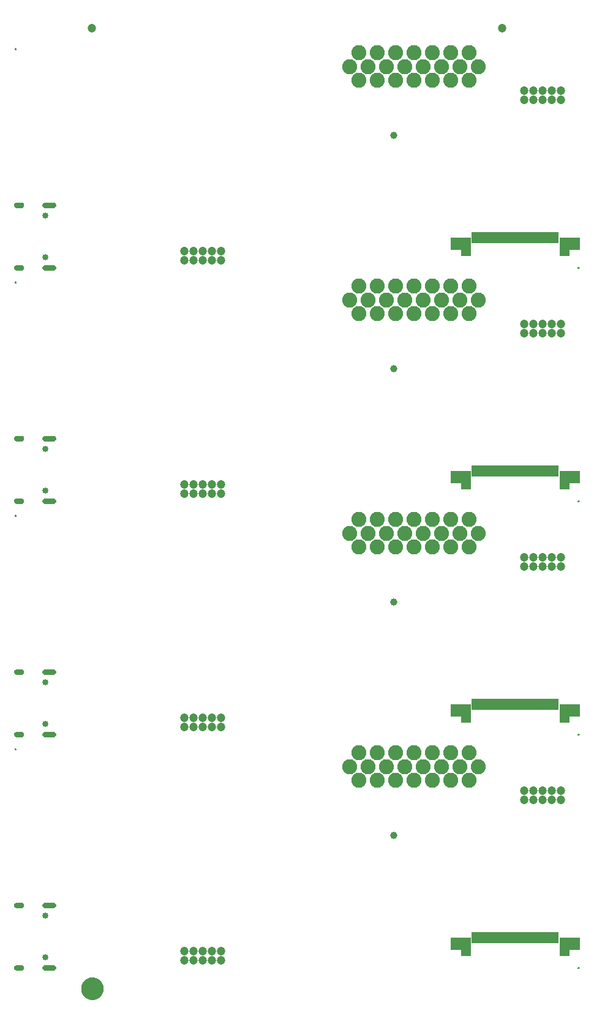
<source format=gbs>
G75*
%MOIN*%
%OFA0B0*%
%FSLAX25Y25*%
%IPPOS*%
%LPD*%
%AMOC8*
5,1,8,0,0,1.08239X$1,22.5*
%
%ADD10C,0.03950*%
%ADD11C,0.03359*%
%ADD12C,0.00600*%
%ADD13C,0.04737*%
%ADD14C,0.08200*%
%ADD15R,0.01981X0.06312*%
%ADD16R,0.05721X0.09855*%
%ADD17R,0.06312X0.07099*%
%ADD18C,0.05000*%
%ADD19C,0.06706*%
D10*
X0255372Y0103508D03*
X0255372Y0230516D03*
X0255372Y0357524D03*
X0255372Y0484531D03*
D11*
X0065746Y0440909D03*
X0065746Y0418154D03*
X0065746Y0313902D03*
X0065746Y0291146D03*
X0065746Y0186894D03*
X0065746Y0164138D03*
X0065746Y0059886D03*
X0065746Y0037130D03*
D12*
X0049392Y0030616D02*
X0049203Y0030829D01*
X0049071Y0031081D01*
X0049003Y0031358D01*
X0049003Y0031642D01*
X0049071Y0031919D01*
X0049203Y0032171D01*
X0049392Y0032384D01*
X0049626Y0032546D01*
X0049893Y0032647D01*
X0050175Y0032681D01*
X0052616Y0032681D01*
X0052899Y0032647D01*
X0053165Y0032546D01*
X0053399Y0032384D01*
X0053588Y0032171D01*
X0053720Y0031919D01*
X0053789Y0031642D01*
X0053789Y0031358D01*
X0053720Y0031081D01*
X0053588Y0030829D01*
X0053399Y0030616D01*
X0053165Y0030454D01*
X0052899Y0030353D01*
X0052616Y0030319D01*
X0050175Y0030319D01*
X0049893Y0030353D01*
X0049626Y0030454D01*
X0049392Y0030616D01*
X0049165Y0030902D02*
X0053626Y0030902D01*
X0053789Y0031500D02*
X0049003Y0031500D01*
X0049165Y0032099D02*
X0053626Y0032099D01*
X0064495Y0031642D02*
X0064563Y0031919D01*
X0064695Y0032171D01*
X0064884Y0032384D01*
X0065118Y0032546D01*
X0065385Y0032647D01*
X0065667Y0032681D01*
X0069998Y0032681D01*
X0070281Y0032647D01*
X0070547Y0032546D01*
X0070781Y0032384D01*
X0070970Y0032171D01*
X0071102Y0031919D01*
X0071170Y0031642D01*
X0071170Y0031358D01*
X0071102Y0031081D01*
X0070970Y0030829D01*
X0070781Y0030616D01*
X0070547Y0030454D01*
X0070281Y0030353D01*
X0069998Y0030319D01*
X0065667Y0030319D01*
X0065385Y0030353D01*
X0065118Y0030454D01*
X0064884Y0030616D01*
X0064695Y0030829D01*
X0064563Y0031081D01*
X0064495Y0031358D01*
X0064495Y0031642D01*
X0064495Y0031500D02*
X0071170Y0031500D01*
X0071008Y0030902D02*
X0064657Y0030902D01*
X0064657Y0032099D02*
X0071008Y0032099D01*
X0069998Y0064335D02*
X0065667Y0064335D01*
X0065385Y0064369D01*
X0065118Y0064470D01*
X0064884Y0064632D01*
X0064695Y0064845D01*
X0064563Y0065097D01*
X0064495Y0065373D01*
X0064495Y0065658D01*
X0064563Y0065935D01*
X0064695Y0066187D01*
X0064884Y0066400D01*
X0065118Y0066562D01*
X0065385Y0066663D01*
X0065667Y0066697D01*
X0069998Y0066697D01*
X0070281Y0066663D01*
X0070547Y0066562D01*
X0070781Y0066400D01*
X0070970Y0066187D01*
X0071102Y0065935D01*
X0071170Y0065658D01*
X0071170Y0065373D01*
X0071102Y0065097D01*
X0070970Y0064845D01*
X0070781Y0064632D01*
X0070547Y0064470D01*
X0070281Y0064369D01*
X0069998Y0064335D01*
X0070411Y0064419D02*
X0065254Y0064419D01*
X0064605Y0065017D02*
X0071060Y0065017D01*
X0071170Y0065616D02*
X0064495Y0065616D01*
X0064720Y0066214D02*
X0070946Y0066214D01*
X0053789Y0065658D02*
X0053789Y0065373D01*
X0053720Y0065097D01*
X0053588Y0064845D01*
X0053399Y0064632D01*
X0053165Y0064470D01*
X0052899Y0064369D01*
X0052616Y0064335D01*
X0050175Y0064335D01*
X0049893Y0064369D01*
X0049626Y0064470D01*
X0049392Y0064632D01*
X0049203Y0064845D01*
X0049071Y0065097D01*
X0049003Y0065373D01*
X0049003Y0065658D01*
X0049071Y0065935D01*
X0049203Y0066187D01*
X0049392Y0066400D01*
X0049626Y0066562D01*
X0049893Y0066663D01*
X0050175Y0066697D01*
X0052616Y0066697D01*
X0052899Y0066663D01*
X0053165Y0066562D01*
X0053399Y0066400D01*
X0053588Y0066187D01*
X0053720Y0065935D01*
X0053789Y0065658D01*
X0053789Y0065616D02*
X0049003Y0065616D01*
X0049113Y0065017D02*
X0053679Y0065017D01*
X0053030Y0064419D02*
X0049762Y0064419D01*
X0049227Y0066214D02*
X0053564Y0066214D01*
X0049199Y0150508D02*
X0049201Y0150538D01*
X0049207Y0150568D01*
X0049216Y0150597D01*
X0049229Y0150624D01*
X0049246Y0150649D01*
X0049265Y0150672D01*
X0049288Y0150693D01*
X0049313Y0150710D01*
X0049339Y0150724D01*
X0049368Y0150734D01*
X0049397Y0150741D01*
X0049427Y0150744D01*
X0049458Y0150743D01*
X0049488Y0150738D01*
X0049517Y0150729D01*
X0049544Y0150717D01*
X0049570Y0150702D01*
X0049594Y0150683D01*
X0049615Y0150661D01*
X0049633Y0150637D01*
X0049648Y0150610D01*
X0049659Y0150582D01*
X0049667Y0150553D01*
X0049671Y0150523D01*
X0049671Y0150493D01*
X0049667Y0150463D01*
X0049659Y0150434D01*
X0049648Y0150406D01*
X0049633Y0150379D01*
X0049615Y0150355D01*
X0049594Y0150333D01*
X0049570Y0150314D01*
X0049544Y0150299D01*
X0049517Y0150287D01*
X0049488Y0150278D01*
X0049458Y0150273D01*
X0049427Y0150272D01*
X0049397Y0150275D01*
X0049368Y0150282D01*
X0049339Y0150292D01*
X0049313Y0150306D01*
X0049288Y0150323D01*
X0049265Y0150344D01*
X0049246Y0150367D01*
X0049229Y0150392D01*
X0049216Y0150419D01*
X0049207Y0150448D01*
X0049201Y0150478D01*
X0049199Y0150508D01*
X0049893Y0157361D02*
X0050175Y0157327D01*
X0052616Y0157327D01*
X0052899Y0157361D01*
X0053165Y0157462D01*
X0053399Y0157624D01*
X0053588Y0157837D01*
X0053720Y0158089D01*
X0053789Y0158366D01*
X0053789Y0158650D01*
X0053720Y0158927D01*
X0053588Y0159179D01*
X0053399Y0159392D01*
X0053165Y0159554D01*
X0052899Y0159655D01*
X0052616Y0159689D01*
X0050175Y0159689D01*
X0049893Y0159655D01*
X0049626Y0159554D01*
X0049392Y0159392D01*
X0049203Y0159179D01*
X0049071Y0158927D01*
X0049003Y0158650D01*
X0049003Y0158366D01*
X0049071Y0158089D01*
X0049203Y0157837D01*
X0049392Y0157624D01*
X0049626Y0157462D01*
X0049893Y0157361D01*
X0049248Y0157786D02*
X0053543Y0157786D01*
X0053789Y0158385D02*
X0049003Y0158385D01*
X0049101Y0158983D02*
X0053691Y0158983D01*
X0053091Y0159582D02*
X0049700Y0159582D01*
X0064495Y0158650D02*
X0064563Y0158927D01*
X0064695Y0159179D01*
X0064884Y0159392D01*
X0065118Y0159554D01*
X0065385Y0159655D01*
X0065667Y0159689D01*
X0069998Y0159689D01*
X0070281Y0159655D01*
X0070547Y0159554D01*
X0070781Y0159392D01*
X0070970Y0159179D01*
X0071102Y0158927D01*
X0071170Y0158650D01*
X0071170Y0158366D01*
X0071102Y0158089D01*
X0070970Y0157837D01*
X0070781Y0157624D01*
X0070547Y0157462D01*
X0070281Y0157361D01*
X0069998Y0157327D01*
X0065667Y0157327D01*
X0065385Y0157361D01*
X0065118Y0157462D01*
X0064884Y0157624D01*
X0064695Y0157837D01*
X0064563Y0158089D01*
X0064495Y0158366D01*
X0064495Y0158650D01*
X0064495Y0158385D02*
X0071170Y0158385D01*
X0071073Y0158983D02*
X0064593Y0158983D01*
X0065193Y0159582D02*
X0070473Y0159582D01*
X0070925Y0157786D02*
X0064740Y0157786D01*
X0065667Y0191343D02*
X0069998Y0191343D01*
X0070281Y0191377D01*
X0070547Y0191478D01*
X0070781Y0191640D01*
X0070970Y0191853D01*
X0071102Y0192105D01*
X0071170Y0192381D01*
X0071170Y0192666D01*
X0071102Y0192942D01*
X0070970Y0193195D01*
X0070781Y0193408D01*
X0070547Y0193569D01*
X0070281Y0193670D01*
X0069998Y0193705D01*
X0065667Y0193705D01*
X0065385Y0193670D01*
X0065118Y0193569D01*
X0064884Y0193408D01*
X0064695Y0193195D01*
X0064563Y0192942D01*
X0064495Y0192666D01*
X0064495Y0192381D01*
X0064563Y0192105D01*
X0064695Y0191853D01*
X0064884Y0191640D01*
X0065118Y0191478D01*
X0065385Y0191377D01*
X0065667Y0191343D01*
X0064670Y0191901D02*
X0070996Y0191901D01*
X0071170Y0192500D02*
X0064495Y0192500D01*
X0064645Y0193099D02*
X0071020Y0193099D01*
X0070062Y0193697D02*
X0065603Y0193697D01*
X0053789Y0192666D02*
X0053789Y0192381D01*
X0053720Y0192105D01*
X0053588Y0191853D01*
X0053399Y0191640D01*
X0053165Y0191478D01*
X0052899Y0191377D01*
X0052616Y0191343D01*
X0050175Y0191343D01*
X0049893Y0191377D01*
X0049626Y0191478D01*
X0049392Y0191640D01*
X0049203Y0191853D01*
X0049071Y0192105D01*
X0049003Y0192381D01*
X0049003Y0192666D01*
X0049071Y0192942D01*
X0049203Y0193195D01*
X0049392Y0193408D01*
X0049626Y0193569D01*
X0049893Y0193670D01*
X0050175Y0193705D01*
X0052616Y0193705D01*
X0052899Y0193670D01*
X0053165Y0193569D01*
X0053399Y0193408D01*
X0053588Y0193195D01*
X0053720Y0192942D01*
X0053789Y0192666D01*
X0053789Y0192500D02*
X0049003Y0192500D01*
X0049153Y0193099D02*
X0053639Y0193099D01*
X0052680Y0193697D02*
X0050111Y0193697D01*
X0049178Y0191901D02*
X0053614Y0191901D01*
X0049199Y0277516D02*
X0049201Y0277546D01*
X0049207Y0277576D01*
X0049216Y0277605D01*
X0049229Y0277632D01*
X0049246Y0277657D01*
X0049265Y0277680D01*
X0049288Y0277701D01*
X0049313Y0277718D01*
X0049339Y0277732D01*
X0049368Y0277742D01*
X0049397Y0277749D01*
X0049427Y0277752D01*
X0049458Y0277751D01*
X0049488Y0277746D01*
X0049517Y0277737D01*
X0049544Y0277725D01*
X0049570Y0277710D01*
X0049594Y0277691D01*
X0049615Y0277669D01*
X0049633Y0277645D01*
X0049648Y0277618D01*
X0049659Y0277590D01*
X0049667Y0277561D01*
X0049671Y0277531D01*
X0049671Y0277501D01*
X0049667Y0277471D01*
X0049659Y0277442D01*
X0049648Y0277414D01*
X0049633Y0277387D01*
X0049615Y0277363D01*
X0049594Y0277341D01*
X0049570Y0277322D01*
X0049544Y0277307D01*
X0049517Y0277295D01*
X0049488Y0277286D01*
X0049458Y0277281D01*
X0049427Y0277280D01*
X0049397Y0277283D01*
X0049368Y0277290D01*
X0049339Y0277300D01*
X0049313Y0277314D01*
X0049288Y0277331D01*
X0049265Y0277352D01*
X0049246Y0277375D01*
X0049229Y0277400D01*
X0049216Y0277427D01*
X0049207Y0277456D01*
X0049201Y0277486D01*
X0049199Y0277516D01*
X0049893Y0284369D02*
X0050175Y0284335D01*
X0052616Y0284335D01*
X0052899Y0284369D01*
X0053165Y0284470D01*
X0053399Y0284632D01*
X0053588Y0284845D01*
X0053720Y0285097D01*
X0053789Y0285373D01*
X0053789Y0285658D01*
X0053720Y0285935D01*
X0053588Y0286187D01*
X0053399Y0286400D01*
X0053165Y0286562D01*
X0052899Y0286663D01*
X0052616Y0286697D01*
X0050175Y0286697D01*
X0049893Y0286663D01*
X0049626Y0286562D01*
X0049392Y0286400D01*
X0049203Y0286187D01*
X0049071Y0285935D01*
X0049003Y0285658D01*
X0049003Y0285373D01*
X0049071Y0285097D01*
X0049203Y0284845D01*
X0049392Y0284632D01*
X0049626Y0284470D01*
X0049893Y0284369D01*
X0049357Y0284671D02*
X0053434Y0284671D01*
X0053763Y0285269D02*
X0049028Y0285269D01*
X0049054Y0285868D02*
X0053737Y0285868D01*
X0053303Y0286466D02*
X0049488Y0286466D01*
X0064495Y0285658D02*
X0064563Y0285935D01*
X0064695Y0286187D01*
X0064884Y0286400D01*
X0065118Y0286562D01*
X0065385Y0286663D01*
X0065667Y0286697D01*
X0069998Y0286697D01*
X0070281Y0286663D01*
X0070547Y0286562D01*
X0070781Y0286400D01*
X0070970Y0286187D01*
X0071102Y0285935D01*
X0071170Y0285658D01*
X0071170Y0285373D01*
X0071102Y0285097D01*
X0070970Y0284845D01*
X0070781Y0284632D01*
X0070547Y0284470D01*
X0070281Y0284369D01*
X0069998Y0284335D01*
X0065667Y0284335D01*
X0065385Y0284369D01*
X0065118Y0284470D01*
X0064884Y0284632D01*
X0064695Y0284845D01*
X0064563Y0285097D01*
X0064495Y0285373D01*
X0064495Y0285658D01*
X0064546Y0285868D02*
X0071119Y0285868D01*
X0071145Y0285269D02*
X0064520Y0285269D01*
X0064849Y0284671D02*
X0070816Y0284671D01*
X0070685Y0286466D02*
X0064980Y0286466D01*
X0065667Y0318350D02*
X0069998Y0318350D01*
X0070281Y0318385D01*
X0070547Y0318486D01*
X0070781Y0318647D01*
X0070970Y0318861D01*
X0071102Y0319113D01*
X0071170Y0319389D01*
X0071170Y0319674D01*
X0071102Y0319950D01*
X0070970Y0320202D01*
X0070781Y0320416D01*
X0070547Y0320577D01*
X0070281Y0320678D01*
X0069998Y0320713D01*
X0065667Y0320713D01*
X0065385Y0320678D01*
X0065118Y0320577D01*
X0064884Y0320416D01*
X0064695Y0320202D01*
X0064563Y0319950D01*
X0064495Y0319674D01*
X0064495Y0319389D01*
X0064563Y0319113D01*
X0064695Y0318861D01*
X0064884Y0318647D01*
X0065118Y0318486D01*
X0065385Y0318385D01*
X0065667Y0318350D01*
X0064761Y0318786D02*
X0070904Y0318786D01*
X0071169Y0319384D02*
X0064496Y0319384D01*
X0064580Y0319983D02*
X0071085Y0319983D01*
X0070536Y0320581D02*
X0065129Y0320581D01*
X0053789Y0319674D02*
X0053789Y0319389D01*
X0053720Y0319113D01*
X0053588Y0318861D01*
X0053399Y0318647D01*
X0053165Y0318486D01*
X0052899Y0318385D01*
X0052616Y0318350D01*
X0050175Y0318350D01*
X0049893Y0318385D01*
X0049626Y0318486D01*
X0049392Y0318647D01*
X0049203Y0318861D01*
X0049071Y0319113D01*
X0049003Y0319389D01*
X0049003Y0319674D01*
X0049071Y0319950D01*
X0049203Y0320202D01*
X0049392Y0320416D01*
X0049626Y0320577D01*
X0049893Y0320678D01*
X0050175Y0320713D01*
X0052616Y0320713D01*
X0052899Y0320678D01*
X0053165Y0320577D01*
X0053399Y0320416D01*
X0053588Y0320202D01*
X0053720Y0319950D01*
X0053789Y0319674D01*
X0053787Y0319384D02*
X0049004Y0319384D01*
X0049088Y0319983D02*
X0053703Y0319983D01*
X0053154Y0320581D02*
X0049637Y0320581D01*
X0049269Y0318786D02*
X0053522Y0318786D01*
X0049199Y0404524D02*
X0049201Y0404554D01*
X0049207Y0404584D01*
X0049216Y0404613D01*
X0049229Y0404640D01*
X0049246Y0404665D01*
X0049265Y0404688D01*
X0049288Y0404709D01*
X0049313Y0404726D01*
X0049339Y0404740D01*
X0049368Y0404750D01*
X0049397Y0404757D01*
X0049427Y0404760D01*
X0049458Y0404759D01*
X0049488Y0404754D01*
X0049517Y0404745D01*
X0049544Y0404733D01*
X0049570Y0404718D01*
X0049594Y0404699D01*
X0049615Y0404677D01*
X0049633Y0404653D01*
X0049648Y0404626D01*
X0049659Y0404598D01*
X0049667Y0404569D01*
X0049671Y0404539D01*
X0049671Y0404509D01*
X0049667Y0404479D01*
X0049659Y0404450D01*
X0049648Y0404422D01*
X0049633Y0404395D01*
X0049615Y0404371D01*
X0049594Y0404349D01*
X0049570Y0404330D01*
X0049544Y0404315D01*
X0049517Y0404303D01*
X0049488Y0404294D01*
X0049458Y0404289D01*
X0049427Y0404288D01*
X0049397Y0404291D01*
X0049368Y0404298D01*
X0049339Y0404308D01*
X0049313Y0404322D01*
X0049288Y0404339D01*
X0049265Y0404360D01*
X0049246Y0404383D01*
X0049229Y0404408D01*
X0049216Y0404435D01*
X0049207Y0404464D01*
X0049201Y0404494D01*
X0049199Y0404524D01*
X0049893Y0411377D02*
X0050175Y0411343D01*
X0052616Y0411343D01*
X0052899Y0411377D01*
X0053165Y0411478D01*
X0053399Y0411640D01*
X0053588Y0411853D01*
X0053720Y0412105D01*
X0053789Y0412381D01*
X0053789Y0412666D01*
X0053720Y0412942D01*
X0053588Y0413195D01*
X0053399Y0413408D01*
X0053165Y0413569D01*
X0052899Y0413670D01*
X0052616Y0413705D01*
X0050175Y0413705D01*
X0049893Y0413670D01*
X0049626Y0413569D01*
X0049392Y0413408D01*
X0049203Y0413195D01*
X0049071Y0412942D01*
X0049003Y0412666D01*
X0049003Y0412381D01*
X0049071Y0412105D01*
X0049203Y0411853D01*
X0049392Y0411640D01*
X0049626Y0411478D01*
X0049893Y0411377D01*
X0049514Y0411555D02*
X0053277Y0411555D01*
X0053732Y0412154D02*
X0049059Y0412154D01*
X0049024Y0412752D02*
X0053767Y0412752D01*
X0053450Y0413351D02*
X0049341Y0413351D01*
X0064495Y0412666D02*
X0064563Y0412942D01*
X0064695Y0413195D01*
X0064884Y0413408D01*
X0065118Y0413569D01*
X0065385Y0413670D01*
X0065667Y0413705D01*
X0069998Y0413705D01*
X0070281Y0413670D01*
X0070547Y0413569D01*
X0070781Y0413408D01*
X0070970Y0413195D01*
X0071102Y0412942D01*
X0071170Y0412666D01*
X0071170Y0412381D01*
X0071102Y0412105D01*
X0070970Y0411853D01*
X0070781Y0411640D01*
X0070547Y0411478D01*
X0070281Y0411377D01*
X0069998Y0411343D01*
X0065667Y0411343D01*
X0065385Y0411377D01*
X0065118Y0411478D01*
X0064884Y0411640D01*
X0064695Y0411853D01*
X0064563Y0412105D01*
X0064495Y0412381D01*
X0064495Y0412666D01*
X0064516Y0412752D02*
X0071149Y0412752D01*
X0071114Y0412154D02*
X0064551Y0412154D01*
X0065006Y0411555D02*
X0070659Y0411555D01*
X0070832Y0413351D02*
X0064834Y0413351D01*
X0065667Y0445358D02*
X0069998Y0445358D01*
X0070281Y0445393D01*
X0070547Y0445494D01*
X0070781Y0445655D01*
X0070970Y0445868D01*
X0071102Y0446121D01*
X0071170Y0446397D01*
X0071170Y0446682D01*
X0071102Y0446958D01*
X0070970Y0447210D01*
X0070781Y0447423D01*
X0070547Y0447585D01*
X0070281Y0447686D01*
X0069998Y0447720D01*
X0065667Y0447720D01*
X0065385Y0447686D01*
X0065118Y0447585D01*
X0064884Y0447423D01*
X0064695Y0447210D01*
X0064563Y0446958D01*
X0064495Y0446682D01*
X0064495Y0446397D01*
X0064563Y0446121D01*
X0064695Y0445868D01*
X0064884Y0445655D01*
X0065118Y0445494D01*
X0065385Y0445393D01*
X0065667Y0445358D01*
X0064871Y0445670D02*
X0070794Y0445670D01*
X0071139Y0446269D02*
X0064526Y0446269D01*
X0064541Y0446867D02*
X0071125Y0446867D01*
X0070720Y0447466D02*
X0064945Y0447466D01*
X0053789Y0446682D02*
X0053789Y0446397D01*
X0053720Y0446121D01*
X0053588Y0445868D01*
X0053399Y0445655D01*
X0053165Y0445494D01*
X0052899Y0445393D01*
X0052616Y0445358D01*
X0050175Y0445358D01*
X0049893Y0445393D01*
X0049626Y0445494D01*
X0049392Y0445655D01*
X0049203Y0445868D01*
X0049071Y0446121D01*
X0049003Y0446397D01*
X0049003Y0446682D01*
X0049071Y0446958D01*
X0049203Y0447210D01*
X0049392Y0447423D01*
X0049626Y0447585D01*
X0049893Y0447686D01*
X0050175Y0447720D01*
X0052616Y0447720D01*
X0052899Y0447686D01*
X0053165Y0447585D01*
X0053399Y0447423D01*
X0053588Y0447210D01*
X0053720Y0446958D01*
X0053789Y0446682D01*
X0053743Y0446867D02*
X0049048Y0446867D01*
X0049034Y0446269D02*
X0053757Y0446269D01*
X0053413Y0445670D02*
X0049379Y0445670D01*
X0049453Y0447466D02*
X0053338Y0447466D01*
X0049199Y0531531D02*
X0049201Y0531561D01*
X0049207Y0531591D01*
X0049216Y0531620D01*
X0049229Y0531647D01*
X0049246Y0531672D01*
X0049265Y0531695D01*
X0049288Y0531716D01*
X0049313Y0531733D01*
X0049339Y0531747D01*
X0049368Y0531757D01*
X0049397Y0531764D01*
X0049427Y0531767D01*
X0049458Y0531766D01*
X0049488Y0531761D01*
X0049517Y0531752D01*
X0049544Y0531740D01*
X0049570Y0531725D01*
X0049594Y0531706D01*
X0049615Y0531684D01*
X0049633Y0531660D01*
X0049648Y0531633D01*
X0049659Y0531605D01*
X0049667Y0531576D01*
X0049671Y0531546D01*
X0049671Y0531516D01*
X0049667Y0531486D01*
X0049659Y0531457D01*
X0049648Y0531429D01*
X0049633Y0531402D01*
X0049615Y0531378D01*
X0049594Y0531356D01*
X0049570Y0531337D01*
X0049544Y0531322D01*
X0049517Y0531310D01*
X0049488Y0531301D01*
X0049458Y0531296D01*
X0049427Y0531295D01*
X0049397Y0531298D01*
X0049368Y0531305D01*
X0049339Y0531315D01*
X0049313Y0531329D01*
X0049288Y0531346D01*
X0049265Y0531367D01*
X0049246Y0531390D01*
X0049229Y0531415D01*
X0049216Y0531442D01*
X0049207Y0531471D01*
X0049201Y0531501D01*
X0049199Y0531531D01*
X0355699Y0412531D02*
X0355701Y0412561D01*
X0355707Y0412591D01*
X0355716Y0412620D01*
X0355729Y0412647D01*
X0355746Y0412672D01*
X0355765Y0412695D01*
X0355788Y0412716D01*
X0355813Y0412733D01*
X0355839Y0412747D01*
X0355868Y0412757D01*
X0355897Y0412764D01*
X0355927Y0412767D01*
X0355958Y0412766D01*
X0355988Y0412761D01*
X0356017Y0412752D01*
X0356044Y0412740D01*
X0356070Y0412725D01*
X0356094Y0412706D01*
X0356115Y0412684D01*
X0356133Y0412660D01*
X0356148Y0412633D01*
X0356159Y0412605D01*
X0356167Y0412576D01*
X0356171Y0412546D01*
X0356171Y0412516D01*
X0356167Y0412486D01*
X0356159Y0412457D01*
X0356148Y0412429D01*
X0356133Y0412402D01*
X0356115Y0412378D01*
X0356094Y0412356D01*
X0356070Y0412337D01*
X0356044Y0412322D01*
X0356017Y0412310D01*
X0355988Y0412301D01*
X0355958Y0412296D01*
X0355927Y0412295D01*
X0355897Y0412298D01*
X0355868Y0412305D01*
X0355839Y0412315D01*
X0355813Y0412329D01*
X0355788Y0412346D01*
X0355765Y0412367D01*
X0355746Y0412390D01*
X0355729Y0412415D01*
X0355716Y0412442D01*
X0355707Y0412471D01*
X0355701Y0412501D01*
X0355699Y0412531D01*
X0355699Y0285524D02*
X0355701Y0285554D01*
X0355707Y0285584D01*
X0355716Y0285613D01*
X0355729Y0285640D01*
X0355746Y0285665D01*
X0355765Y0285688D01*
X0355788Y0285709D01*
X0355813Y0285726D01*
X0355839Y0285740D01*
X0355868Y0285750D01*
X0355897Y0285757D01*
X0355927Y0285760D01*
X0355958Y0285759D01*
X0355988Y0285754D01*
X0356017Y0285745D01*
X0356044Y0285733D01*
X0356070Y0285718D01*
X0356094Y0285699D01*
X0356115Y0285677D01*
X0356133Y0285653D01*
X0356148Y0285626D01*
X0356159Y0285598D01*
X0356167Y0285569D01*
X0356171Y0285539D01*
X0356171Y0285509D01*
X0356167Y0285479D01*
X0356159Y0285450D01*
X0356148Y0285422D01*
X0356133Y0285395D01*
X0356115Y0285371D01*
X0356094Y0285349D01*
X0356070Y0285330D01*
X0356044Y0285315D01*
X0356017Y0285303D01*
X0355988Y0285294D01*
X0355958Y0285289D01*
X0355927Y0285288D01*
X0355897Y0285291D01*
X0355868Y0285298D01*
X0355839Y0285308D01*
X0355813Y0285322D01*
X0355788Y0285339D01*
X0355765Y0285360D01*
X0355746Y0285383D01*
X0355729Y0285408D01*
X0355716Y0285435D01*
X0355707Y0285464D01*
X0355701Y0285494D01*
X0355699Y0285524D01*
X0355699Y0158516D02*
X0355701Y0158546D01*
X0355707Y0158576D01*
X0355716Y0158605D01*
X0355729Y0158632D01*
X0355746Y0158657D01*
X0355765Y0158680D01*
X0355788Y0158701D01*
X0355813Y0158718D01*
X0355839Y0158732D01*
X0355868Y0158742D01*
X0355897Y0158749D01*
X0355927Y0158752D01*
X0355958Y0158751D01*
X0355988Y0158746D01*
X0356017Y0158737D01*
X0356044Y0158725D01*
X0356070Y0158710D01*
X0356094Y0158691D01*
X0356115Y0158669D01*
X0356133Y0158645D01*
X0356148Y0158618D01*
X0356159Y0158590D01*
X0356167Y0158561D01*
X0356171Y0158531D01*
X0356171Y0158501D01*
X0356167Y0158471D01*
X0356159Y0158442D01*
X0356148Y0158414D01*
X0356133Y0158387D01*
X0356115Y0158363D01*
X0356094Y0158341D01*
X0356070Y0158322D01*
X0356044Y0158307D01*
X0356017Y0158295D01*
X0355988Y0158286D01*
X0355958Y0158281D01*
X0355927Y0158280D01*
X0355897Y0158283D01*
X0355868Y0158290D01*
X0355839Y0158300D01*
X0355813Y0158314D01*
X0355788Y0158331D01*
X0355765Y0158352D01*
X0355746Y0158375D01*
X0355729Y0158400D01*
X0355716Y0158427D01*
X0355707Y0158456D01*
X0355701Y0158486D01*
X0355699Y0158516D01*
X0355699Y0031508D02*
X0355701Y0031538D01*
X0355707Y0031568D01*
X0355716Y0031597D01*
X0355729Y0031624D01*
X0355746Y0031649D01*
X0355765Y0031672D01*
X0355788Y0031693D01*
X0355813Y0031710D01*
X0355839Y0031724D01*
X0355868Y0031734D01*
X0355897Y0031741D01*
X0355927Y0031744D01*
X0355958Y0031743D01*
X0355988Y0031738D01*
X0356017Y0031729D01*
X0356044Y0031717D01*
X0356070Y0031702D01*
X0356094Y0031683D01*
X0356115Y0031661D01*
X0356133Y0031637D01*
X0356148Y0031610D01*
X0356159Y0031582D01*
X0356167Y0031553D01*
X0356171Y0031523D01*
X0356171Y0031493D01*
X0356167Y0031463D01*
X0356159Y0031434D01*
X0356148Y0031406D01*
X0356133Y0031379D01*
X0356115Y0031355D01*
X0356094Y0031333D01*
X0356070Y0031314D01*
X0356044Y0031299D01*
X0356017Y0031287D01*
X0355988Y0031278D01*
X0355958Y0031273D01*
X0355927Y0031272D01*
X0355897Y0031275D01*
X0355868Y0031282D01*
X0355839Y0031292D01*
X0355813Y0031306D01*
X0355788Y0031323D01*
X0355765Y0031344D01*
X0355746Y0031367D01*
X0355729Y0031392D01*
X0355716Y0031419D01*
X0355707Y0031448D01*
X0355701Y0031478D01*
X0355699Y0031508D01*
D13*
X0346435Y0123008D03*
X0346435Y0128008D03*
X0341435Y0128008D03*
X0336435Y0128008D03*
X0331435Y0128008D03*
X0326435Y0128008D03*
X0326435Y0123008D03*
X0331435Y0123008D03*
X0336435Y0123008D03*
X0341435Y0123008D03*
X0341435Y0250016D03*
X0341435Y0255016D03*
X0336435Y0255016D03*
X0331435Y0255016D03*
X0326435Y0255016D03*
X0326435Y0250016D03*
X0331435Y0250016D03*
X0336435Y0250016D03*
X0346435Y0250016D03*
X0346435Y0255016D03*
X0346435Y0377024D03*
X0346435Y0382024D03*
X0341435Y0382024D03*
X0336435Y0382024D03*
X0331435Y0382024D03*
X0326435Y0382024D03*
X0326435Y0377024D03*
X0331435Y0377024D03*
X0336435Y0377024D03*
X0341435Y0377024D03*
X0341435Y0504031D03*
X0336435Y0504031D03*
X0331435Y0504031D03*
X0326435Y0504031D03*
X0326435Y0509031D03*
X0331435Y0509031D03*
X0336435Y0509031D03*
X0341435Y0509031D03*
X0346435Y0509031D03*
X0346435Y0504031D03*
X0314250Y0542789D03*
X0161435Y0421531D03*
X0161435Y0416531D03*
X0156435Y0416531D03*
X0151435Y0416531D03*
X0146435Y0416531D03*
X0141435Y0416531D03*
X0141435Y0421531D03*
X0146435Y0421531D03*
X0151435Y0421531D03*
X0156435Y0421531D03*
X0156435Y0294524D03*
X0151435Y0294524D03*
X0146435Y0294524D03*
X0141435Y0294524D03*
X0141435Y0289524D03*
X0146435Y0289524D03*
X0151435Y0289524D03*
X0156435Y0289524D03*
X0161435Y0289524D03*
X0161435Y0294524D03*
X0161435Y0167516D03*
X0156435Y0167516D03*
X0151435Y0167516D03*
X0146435Y0167516D03*
X0141435Y0167516D03*
X0141435Y0162516D03*
X0146435Y0162516D03*
X0151435Y0162516D03*
X0156435Y0162516D03*
X0161435Y0162516D03*
X0161435Y0040508D03*
X0156435Y0040508D03*
X0151435Y0040508D03*
X0146435Y0040508D03*
X0141435Y0040508D03*
X0141435Y0035508D03*
X0146435Y0035508D03*
X0151435Y0035508D03*
X0156435Y0035508D03*
X0161435Y0035508D03*
X0091120Y0542789D03*
D14*
X0231435Y0522031D03*
X0236435Y0514531D03*
X0241435Y0522031D03*
X0246435Y0514531D03*
X0251435Y0522031D03*
X0256435Y0514531D03*
X0261435Y0522031D03*
X0266435Y0514531D03*
X0271435Y0522031D03*
X0276435Y0514531D03*
X0281435Y0522031D03*
X0286435Y0514531D03*
X0291435Y0522031D03*
X0296435Y0514531D03*
X0301435Y0522031D03*
X0296435Y0529531D03*
X0286435Y0529531D03*
X0276435Y0529531D03*
X0266435Y0529531D03*
X0256435Y0529531D03*
X0246435Y0529531D03*
X0236435Y0529531D03*
X0236435Y0402524D03*
X0231435Y0395024D03*
X0236435Y0387524D03*
X0241435Y0395024D03*
X0246435Y0402524D03*
X0251435Y0395024D03*
X0256435Y0402524D03*
X0261435Y0395024D03*
X0266435Y0402524D03*
X0271435Y0395024D03*
X0276435Y0402524D03*
X0281435Y0395024D03*
X0286435Y0402524D03*
X0291435Y0395024D03*
X0296435Y0402524D03*
X0301435Y0395024D03*
X0296435Y0387524D03*
X0286435Y0387524D03*
X0276435Y0387524D03*
X0266435Y0387524D03*
X0256435Y0387524D03*
X0246435Y0387524D03*
X0246435Y0275516D03*
X0241435Y0268016D03*
X0236435Y0275516D03*
X0231435Y0268016D03*
X0236435Y0260516D03*
X0246435Y0260516D03*
X0251435Y0268016D03*
X0256435Y0275516D03*
X0261435Y0268016D03*
X0266435Y0275516D03*
X0271435Y0268016D03*
X0276435Y0275516D03*
X0281435Y0268016D03*
X0286435Y0275516D03*
X0291435Y0268016D03*
X0296435Y0275516D03*
X0301435Y0268016D03*
X0296435Y0260516D03*
X0286435Y0260516D03*
X0276435Y0260516D03*
X0266435Y0260516D03*
X0256435Y0260516D03*
X0256435Y0148508D03*
X0251435Y0141008D03*
X0246435Y0148508D03*
X0241435Y0141008D03*
X0236435Y0148508D03*
X0231435Y0141008D03*
X0236435Y0133508D03*
X0246435Y0133508D03*
X0256435Y0133508D03*
X0261435Y0141008D03*
X0266435Y0148508D03*
X0271435Y0141008D03*
X0276435Y0148508D03*
X0281435Y0141008D03*
X0286435Y0148508D03*
X0291435Y0141008D03*
X0296435Y0148508D03*
X0301435Y0141008D03*
X0296435Y0133508D03*
X0286435Y0133508D03*
X0276435Y0133508D03*
X0266435Y0133508D03*
D15*
X0298797Y0174965D03*
X0300766Y0174965D03*
X0302734Y0174965D03*
X0304703Y0174965D03*
X0306671Y0174965D03*
X0308640Y0174965D03*
X0310608Y0174965D03*
X0312577Y0174965D03*
X0314545Y0174965D03*
X0316514Y0174965D03*
X0318482Y0174965D03*
X0320451Y0174965D03*
X0322419Y0174965D03*
X0324388Y0174965D03*
X0326356Y0174965D03*
X0328325Y0174965D03*
X0330293Y0174965D03*
X0332262Y0174965D03*
X0334230Y0174965D03*
X0336199Y0174965D03*
X0338167Y0174965D03*
X0340136Y0174965D03*
X0342104Y0174965D03*
X0344073Y0174965D03*
X0344073Y0301972D03*
X0342104Y0301972D03*
X0340136Y0301972D03*
X0338167Y0301972D03*
X0336199Y0301972D03*
X0334230Y0301972D03*
X0332262Y0301972D03*
X0330293Y0301972D03*
X0328325Y0301972D03*
X0326356Y0301972D03*
X0324388Y0301972D03*
X0322419Y0301972D03*
X0320451Y0301972D03*
X0318482Y0301972D03*
X0316514Y0301972D03*
X0314545Y0301972D03*
X0312577Y0301972D03*
X0310608Y0301972D03*
X0308640Y0301972D03*
X0306671Y0301972D03*
X0304703Y0301972D03*
X0302734Y0301972D03*
X0300766Y0301972D03*
X0298797Y0301972D03*
X0298797Y0428980D03*
X0300766Y0428980D03*
X0302734Y0428980D03*
X0304703Y0428980D03*
X0306671Y0428980D03*
X0308640Y0428980D03*
X0310608Y0428980D03*
X0312577Y0428980D03*
X0314545Y0428980D03*
X0316514Y0428980D03*
X0318482Y0428980D03*
X0320451Y0428980D03*
X0322419Y0428980D03*
X0324388Y0428980D03*
X0326356Y0428980D03*
X0328325Y0428980D03*
X0330293Y0428980D03*
X0332262Y0428980D03*
X0334230Y0428980D03*
X0336199Y0428980D03*
X0338167Y0428980D03*
X0340136Y0428980D03*
X0342104Y0428980D03*
X0344073Y0428980D03*
X0344073Y0047957D03*
X0342104Y0047957D03*
X0340136Y0047957D03*
X0338167Y0047957D03*
X0336199Y0047957D03*
X0334230Y0047957D03*
X0332262Y0047957D03*
X0330293Y0047957D03*
X0328325Y0047957D03*
X0326356Y0047957D03*
X0324388Y0047957D03*
X0322419Y0047957D03*
X0320451Y0047957D03*
X0318482Y0047957D03*
X0316514Y0047957D03*
X0314545Y0047957D03*
X0312577Y0047957D03*
X0310608Y0047957D03*
X0308640Y0047957D03*
X0306671Y0047957D03*
X0304703Y0047957D03*
X0302734Y0047957D03*
X0300766Y0047957D03*
X0298797Y0047957D03*
D16*
X0294565Y0043035D03*
X0348305Y0043035D03*
X0348305Y0170043D03*
X0294565Y0170043D03*
X0294565Y0297051D03*
X0348305Y0297051D03*
X0348305Y0424059D03*
X0294565Y0424059D03*
D17*
X0289348Y0425437D03*
X0353522Y0425437D03*
X0353522Y0298429D03*
X0289348Y0298429D03*
X0289348Y0171421D03*
X0353522Y0171421D03*
X0353522Y0044413D03*
X0289348Y0044413D03*
D18*
X0087555Y0020250D02*
X0087557Y0020369D01*
X0087563Y0020488D01*
X0087573Y0020607D01*
X0087587Y0020725D01*
X0087605Y0020843D01*
X0087626Y0020960D01*
X0087652Y0021076D01*
X0087682Y0021192D01*
X0087715Y0021306D01*
X0087752Y0021419D01*
X0087793Y0021531D01*
X0087838Y0021642D01*
X0087886Y0021751D01*
X0087938Y0021858D01*
X0087994Y0021963D01*
X0088053Y0022067D01*
X0088115Y0022168D01*
X0088181Y0022268D01*
X0088250Y0022365D01*
X0088322Y0022459D01*
X0088398Y0022552D01*
X0088476Y0022641D01*
X0088557Y0022728D01*
X0088642Y0022813D01*
X0088729Y0022894D01*
X0088818Y0022972D01*
X0088911Y0023048D01*
X0089005Y0023120D01*
X0089102Y0023189D01*
X0089202Y0023255D01*
X0089303Y0023317D01*
X0089407Y0023376D01*
X0089512Y0023432D01*
X0089619Y0023484D01*
X0089728Y0023532D01*
X0089839Y0023577D01*
X0089951Y0023618D01*
X0090064Y0023655D01*
X0090178Y0023688D01*
X0090294Y0023718D01*
X0090410Y0023744D01*
X0090527Y0023765D01*
X0090645Y0023783D01*
X0090763Y0023797D01*
X0090882Y0023807D01*
X0091001Y0023813D01*
X0091120Y0023815D01*
X0091239Y0023813D01*
X0091358Y0023807D01*
X0091477Y0023797D01*
X0091595Y0023783D01*
X0091713Y0023765D01*
X0091830Y0023744D01*
X0091946Y0023718D01*
X0092062Y0023688D01*
X0092176Y0023655D01*
X0092289Y0023618D01*
X0092401Y0023577D01*
X0092512Y0023532D01*
X0092621Y0023484D01*
X0092728Y0023432D01*
X0092833Y0023376D01*
X0092937Y0023317D01*
X0093038Y0023255D01*
X0093138Y0023189D01*
X0093235Y0023120D01*
X0093329Y0023048D01*
X0093422Y0022972D01*
X0093511Y0022894D01*
X0093598Y0022813D01*
X0093683Y0022728D01*
X0093764Y0022641D01*
X0093842Y0022552D01*
X0093918Y0022459D01*
X0093990Y0022365D01*
X0094059Y0022268D01*
X0094125Y0022168D01*
X0094187Y0022067D01*
X0094246Y0021963D01*
X0094302Y0021858D01*
X0094354Y0021751D01*
X0094402Y0021642D01*
X0094447Y0021531D01*
X0094488Y0021419D01*
X0094525Y0021306D01*
X0094558Y0021192D01*
X0094588Y0021076D01*
X0094614Y0020960D01*
X0094635Y0020843D01*
X0094653Y0020725D01*
X0094667Y0020607D01*
X0094677Y0020488D01*
X0094683Y0020369D01*
X0094685Y0020250D01*
X0094683Y0020131D01*
X0094677Y0020012D01*
X0094667Y0019893D01*
X0094653Y0019775D01*
X0094635Y0019657D01*
X0094614Y0019540D01*
X0094588Y0019424D01*
X0094558Y0019308D01*
X0094525Y0019194D01*
X0094488Y0019081D01*
X0094447Y0018969D01*
X0094402Y0018858D01*
X0094354Y0018749D01*
X0094302Y0018642D01*
X0094246Y0018537D01*
X0094187Y0018433D01*
X0094125Y0018332D01*
X0094059Y0018232D01*
X0093990Y0018135D01*
X0093918Y0018041D01*
X0093842Y0017948D01*
X0093764Y0017859D01*
X0093683Y0017772D01*
X0093598Y0017687D01*
X0093511Y0017606D01*
X0093422Y0017528D01*
X0093329Y0017452D01*
X0093235Y0017380D01*
X0093138Y0017311D01*
X0093038Y0017245D01*
X0092937Y0017183D01*
X0092833Y0017124D01*
X0092728Y0017068D01*
X0092621Y0017016D01*
X0092512Y0016968D01*
X0092401Y0016923D01*
X0092289Y0016882D01*
X0092176Y0016845D01*
X0092062Y0016812D01*
X0091946Y0016782D01*
X0091830Y0016756D01*
X0091713Y0016735D01*
X0091595Y0016717D01*
X0091477Y0016703D01*
X0091358Y0016693D01*
X0091239Y0016687D01*
X0091120Y0016685D01*
X0091001Y0016687D01*
X0090882Y0016693D01*
X0090763Y0016703D01*
X0090645Y0016717D01*
X0090527Y0016735D01*
X0090410Y0016756D01*
X0090294Y0016782D01*
X0090178Y0016812D01*
X0090064Y0016845D01*
X0089951Y0016882D01*
X0089839Y0016923D01*
X0089728Y0016968D01*
X0089619Y0017016D01*
X0089512Y0017068D01*
X0089407Y0017124D01*
X0089303Y0017183D01*
X0089202Y0017245D01*
X0089102Y0017311D01*
X0089005Y0017380D01*
X0088911Y0017452D01*
X0088818Y0017528D01*
X0088729Y0017606D01*
X0088642Y0017687D01*
X0088557Y0017772D01*
X0088476Y0017859D01*
X0088398Y0017948D01*
X0088322Y0018041D01*
X0088250Y0018135D01*
X0088181Y0018232D01*
X0088115Y0018332D01*
X0088053Y0018433D01*
X0087994Y0018537D01*
X0087938Y0018642D01*
X0087886Y0018749D01*
X0087838Y0018858D01*
X0087793Y0018969D01*
X0087752Y0019081D01*
X0087715Y0019194D01*
X0087682Y0019308D01*
X0087652Y0019424D01*
X0087626Y0019540D01*
X0087605Y0019657D01*
X0087587Y0019775D01*
X0087573Y0019893D01*
X0087563Y0020012D01*
X0087557Y0020131D01*
X0087555Y0020250D01*
D19*
X0091120Y0020250D03*
M02*

</source>
